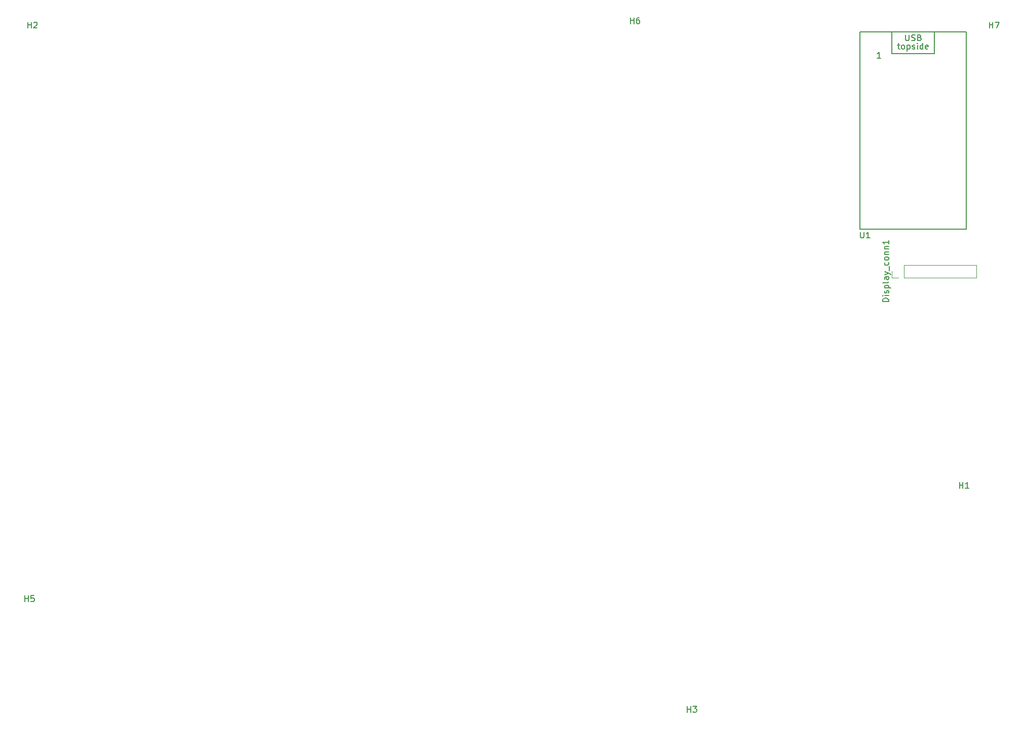
<source format=gto>
%TF.GenerationSoftware,KiCad,Pcbnew,8.0.2-1*%
%TF.CreationDate,2024-06-04T11:33:54+02:00*%
%TF.ProjectId,keyboard,6b657962-6f61-4726-942e-6b696361645f,rev?*%
%TF.SameCoordinates,Original*%
%TF.FileFunction,Legend,Top*%
%TF.FilePolarity,Positive*%
%FSLAX46Y46*%
G04 Gerber Fmt 4.6, Leading zero omitted, Abs format (unit mm)*
G04 Created by KiCad (PCBNEW 8.0.2-1) date 2024-06-04 11:33:54*
%MOMM*%
%LPD*%
G01*
G04 APERTURE LIST*
%ADD10C,0.150000*%
%ADD11C,0.120000*%
G04 APERTURE END LIST*
D10*
X197488095Y-105054819D02*
X197488095Y-104054819D01*
X197488095Y-104531009D02*
X198059523Y-104531009D01*
X198059523Y-105054819D02*
X198059523Y-104054819D01*
X199059523Y-105054819D02*
X198488095Y-105054819D01*
X198773809Y-105054819D02*
X198773809Y-104054819D01*
X198773809Y-104054819D02*
X198678571Y-104197676D01*
X198678571Y-104197676D02*
X198583333Y-104292914D01*
X198583333Y-104292914D02*
X198488095Y-104340533D01*
X41738095Y-28054819D02*
X41738095Y-27054819D01*
X41738095Y-27531009D02*
X42309523Y-27531009D01*
X42309523Y-28054819D02*
X42309523Y-27054819D01*
X42738095Y-27150057D02*
X42785714Y-27102438D01*
X42785714Y-27102438D02*
X42880952Y-27054819D01*
X42880952Y-27054819D02*
X43119047Y-27054819D01*
X43119047Y-27054819D02*
X43214285Y-27102438D01*
X43214285Y-27102438D02*
X43261904Y-27150057D01*
X43261904Y-27150057D02*
X43309523Y-27245295D01*
X43309523Y-27245295D02*
X43309523Y-27340533D01*
X43309523Y-27340533D02*
X43261904Y-27483390D01*
X43261904Y-27483390D02*
X42690476Y-28054819D01*
X42690476Y-28054819D02*
X43309523Y-28054819D01*
X151988095Y-142554819D02*
X151988095Y-141554819D01*
X151988095Y-142031009D02*
X152559523Y-142031009D01*
X152559523Y-142554819D02*
X152559523Y-141554819D01*
X152940476Y-141554819D02*
X153559523Y-141554819D01*
X153559523Y-141554819D02*
X153226190Y-141935771D01*
X153226190Y-141935771D02*
X153369047Y-141935771D01*
X153369047Y-141935771D02*
X153464285Y-141983390D01*
X153464285Y-141983390D02*
X153511904Y-142031009D01*
X153511904Y-142031009D02*
X153559523Y-142126247D01*
X153559523Y-142126247D02*
X153559523Y-142364342D01*
X153559523Y-142364342D02*
X153511904Y-142459580D01*
X153511904Y-142459580D02*
X153464285Y-142507200D01*
X153464285Y-142507200D02*
X153369047Y-142554819D01*
X153369047Y-142554819D02*
X153083333Y-142554819D01*
X153083333Y-142554819D02*
X152988095Y-142507200D01*
X152988095Y-142507200D02*
X152940476Y-142459580D01*
X142488095Y-27304819D02*
X142488095Y-26304819D01*
X142488095Y-26781009D02*
X143059523Y-26781009D01*
X143059523Y-27304819D02*
X143059523Y-26304819D01*
X143964285Y-26304819D02*
X143773809Y-26304819D01*
X143773809Y-26304819D02*
X143678571Y-26352438D01*
X143678571Y-26352438D02*
X143630952Y-26400057D01*
X143630952Y-26400057D02*
X143535714Y-26542914D01*
X143535714Y-26542914D02*
X143488095Y-26733390D01*
X143488095Y-26733390D02*
X143488095Y-27114342D01*
X143488095Y-27114342D02*
X143535714Y-27209580D01*
X143535714Y-27209580D02*
X143583333Y-27257200D01*
X143583333Y-27257200D02*
X143678571Y-27304819D01*
X143678571Y-27304819D02*
X143869047Y-27304819D01*
X143869047Y-27304819D02*
X143964285Y-27257200D01*
X143964285Y-27257200D02*
X144011904Y-27209580D01*
X144011904Y-27209580D02*
X144059523Y-27114342D01*
X144059523Y-27114342D02*
X144059523Y-26876247D01*
X144059523Y-26876247D02*
X144011904Y-26781009D01*
X144011904Y-26781009D02*
X143964285Y-26733390D01*
X143964285Y-26733390D02*
X143869047Y-26685771D01*
X143869047Y-26685771D02*
X143678571Y-26685771D01*
X143678571Y-26685771D02*
X143583333Y-26733390D01*
X143583333Y-26733390D02*
X143535714Y-26781009D01*
X143535714Y-26781009D02*
X143488095Y-26876247D01*
X180946779Y-62194819D02*
X180946779Y-63004342D01*
X180946779Y-63004342D02*
X180994398Y-63099580D01*
X180994398Y-63099580D02*
X181042017Y-63147200D01*
X181042017Y-63147200D02*
X181137255Y-63194819D01*
X181137255Y-63194819D02*
X181327731Y-63194819D01*
X181327731Y-63194819D02*
X181422969Y-63147200D01*
X181422969Y-63147200D02*
X181470588Y-63099580D01*
X181470588Y-63099580D02*
X181518207Y-63004342D01*
X181518207Y-63004342D02*
X181518207Y-62194819D01*
X182518207Y-63194819D02*
X181946779Y-63194819D01*
X182232493Y-63194819D02*
X182232493Y-62194819D01*
X182232493Y-62194819D02*
X182137255Y-62337676D01*
X182137255Y-62337676D02*
X182042017Y-62432914D01*
X182042017Y-62432914D02*
X181946779Y-62480533D01*
X187130952Y-30903152D02*
X187511904Y-30903152D01*
X187273809Y-30569819D02*
X187273809Y-31426961D01*
X187273809Y-31426961D02*
X187321428Y-31522200D01*
X187321428Y-31522200D02*
X187416666Y-31569819D01*
X187416666Y-31569819D02*
X187511904Y-31569819D01*
X187988095Y-31569819D02*
X187892857Y-31522200D01*
X187892857Y-31522200D02*
X187845238Y-31474580D01*
X187845238Y-31474580D02*
X187797619Y-31379342D01*
X187797619Y-31379342D02*
X187797619Y-31093628D01*
X187797619Y-31093628D02*
X187845238Y-30998390D01*
X187845238Y-30998390D02*
X187892857Y-30950771D01*
X187892857Y-30950771D02*
X187988095Y-30903152D01*
X187988095Y-30903152D02*
X188130952Y-30903152D01*
X188130952Y-30903152D02*
X188226190Y-30950771D01*
X188226190Y-30950771D02*
X188273809Y-30998390D01*
X188273809Y-30998390D02*
X188321428Y-31093628D01*
X188321428Y-31093628D02*
X188321428Y-31379342D01*
X188321428Y-31379342D02*
X188273809Y-31474580D01*
X188273809Y-31474580D02*
X188226190Y-31522200D01*
X188226190Y-31522200D02*
X188130952Y-31569819D01*
X188130952Y-31569819D02*
X187988095Y-31569819D01*
X188750000Y-30903152D02*
X188750000Y-31903152D01*
X188750000Y-30950771D02*
X188845238Y-30903152D01*
X188845238Y-30903152D02*
X189035714Y-30903152D01*
X189035714Y-30903152D02*
X189130952Y-30950771D01*
X189130952Y-30950771D02*
X189178571Y-30998390D01*
X189178571Y-30998390D02*
X189226190Y-31093628D01*
X189226190Y-31093628D02*
X189226190Y-31379342D01*
X189226190Y-31379342D02*
X189178571Y-31474580D01*
X189178571Y-31474580D02*
X189130952Y-31522200D01*
X189130952Y-31522200D02*
X189035714Y-31569819D01*
X189035714Y-31569819D02*
X188845238Y-31569819D01*
X188845238Y-31569819D02*
X188750000Y-31522200D01*
X189607143Y-31522200D02*
X189702381Y-31569819D01*
X189702381Y-31569819D02*
X189892857Y-31569819D01*
X189892857Y-31569819D02*
X189988095Y-31522200D01*
X189988095Y-31522200D02*
X190035714Y-31426961D01*
X190035714Y-31426961D02*
X190035714Y-31379342D01*
X190035714Y-31379342D02*
X189988095Y-31284104D01*
X189988095Y-31284104D02*
X189892857Y-31236485D01*
X189892857Y-31236485D02*
X189750000Y-31236485D01*
X189750000Y-31236485D02*
X189654762Y-31188866D01*
X189654762Y-31188866D02*
X189607143Y-31093628D01*
X189607143Y-31093628D02*
X189607143Y-31046009D01*
X189607143Y-31046009D02*
X189654762Y-30950771D01*
X189654762Y-30950771D02*
X189750000Y-30903152D01*
X189750000Y-30903152D02*
X189892857Y-30903152D01*
X189892857Y-30903152D02*
X189988095Y-30950771D01*
X190464286Y-31569819D02*
X190464286Y-30903152D01*
X190464286Y-30569819D02*
X190416667Y-30617438D01*
X190416667Y-30617438D02*
X190464286Y-30665057D01*
X190464286Y-30665057D02*
X190511905Y-30617438D01*
X190511905Y-30617438D02*
X190464286Y-30569819D01*
X190464286Y-30569819D02*
X190464286Y-30665057D01*
X191369047Y-31569819D02*
X191369047Y-30569819D01*
X191369047Y-31522200D02*
X191273809Y-31569819D01*
X191273809Y-31569819D02*
X191083333Y-31569819D01*
X191083333Y-31569819D02*
X190988095Y-31522200D01*
X190988095Y-31522200D02*
X190940476Y-31474580D01*
X190940476Y-31474580D02*
X190892857Y-31379342D01*
X190892857Y-31379342D02*
X190892857Y-31093628D01*
X190892857Y-31093628D02*
X190940476Y-30998390D01*
X190940476Y-30998390D02*
X190988095Y-30950771D01*
X190988095Y-30950771D02*
X191083333Y-30903152D01*
X191083333Y-30903152D02*
X191273809Y-30903152D01*
X191273809Y-30903152D02*
X191369047Y-30950771D01*
X192226190Y-31522200D02*
X192130952Y-31569819D01*
X192130952Y-31569819D02*
X191940476Y-31569819D01*
X191940476Y-31569819D02*
X191845238Y-31522200D01*
X191845238Y-31522200D02*
X191797619Y-31426961D01*
X191797619Y-31426961D02*
X191797619Y-31046009D01*
X191797619Y-31046009D02*
X191845238Y-30950771D01*
X191845238Y-30950771D02*
X191940476Y-30903152D01*
X191940476Y-30903152D02*
X192130952Y-30903152D01*
X192130952Y-30903152D02*
X192226190Y-30950771D01*
X192226190Y-30950771D02*
X192273809Y-31046009D01*
X192273809Y-31046009D02*
X192273809Y-31141247D01*
X192273809Y-31141247D02*
X191797619Y-31236485D01*
X188488095Y-29169819D02*
X188488095Y-29979342D01*
X188488095Y-29979342D02*
X188535714Y-30074580D01*
X188535714Y-30074580D02*
X188583333Y-30122200D01*
X188583333Y-30122200D02*
X188678571Y-30169819D01*
X188678571Y-30169819D02*
X188869047Y-30169819D01*
X188869047Y-30169819D02*
X188964285Y-30122200D01*
X188964285Y-30122200D02*
X189011904Y-30074580D01*
X189011904Y-30074580D02*
X189059523Y-29979342D01*
X189059523Y-29979342D02*
X189059523Y-29169819D01*
X189488095Y-30122200D02*
X189630952Y-30169819D01*
X189630952Y-30169819D02*
X189869047Y-30169819D01*
X189869047Y-30169819D02*
X189964285Y-30122200D01*
X189964285Y-30122200D02*
X190011904Y-30074580D01*
X190011904Y-30074580D02*
X190059523Y-29979342D01*
X190059523Y-29979342D02*
X190059523Y-29884104D01*
X190059523Y-29884104D02*
X190011904Y-29788866D01*
X190011904Y-29788866D02*
X189964285Y-29741247D01*
X189964285Y-29741247D02*
X189869047Y-29693628D01*
X189869047Y-29693628D02*
X189678571Y-29646009D01*
X189678571Y-29646009D02*
X189583333Y-29598390D01*
X189583333Y-29598390D02*
X189535714Y-29550771D01*
X189535714Y-29550771D02*
X189488095Y-29455533D01*
X189488095Y-29455533D02*
X189488095Y-29360295D01*
X189488095Y-29360295D02*
X189535714Y-29265057D01*
X189535714Y-29265057D02*
X189583333Y-29217438D01*
X189583333Y-29217438D02*
X189678571Y-29169819D01*
X189678571Y-29169819D02*
X189916666Y-29169819D01*
X189916666Y-29169819D02*
X190059523Y-29217438D01*
X190821428Y-29646009D02*
X190964285Y-29693628D01*
X190964285Y-29693628D02*
X191011904Y-29741247D01*
X191011904Y-29741247D02*
X191059523Y-29836485D01*
X191059523Y-29836485D02*
X191059523Y-29979342D01*
X191059523Y-29979342D02*
X191011904Y-30074580D01*
X191011904Y-30074580D02*
X190964285Y-30122200D01*
X190964285Y-30122200D02*
X190869047Y-30169819D01*
X190869047Y-30169819D02*
X190488095Y-30169819D01*
X190488095Y-30169819D02*
X190488095Y-29169819D01*
X190488095Y-29169819D02*
X190821428Y-29169819D01*
X190821428Y-29169819D02*
X190916666Y-29217438D01*
X190916666Y-29217438D02*
X190964285Y-29265057D01*
X190964285Y-29265057D02*
X191011904Y-29360295D01*
X191011904Y-29360295D02*
X191011904Y-29455533D01*
X191011904Y-29455533D02*
X190964285Y-29550771D01*
X190964285Y-29550771D02*
X190916666Y-29598390D01*
X190916666Y-29598390D02*
X190821428Y-29646009D01*
X190821428Y-29646009D02*
X190488095Y-29646009D01*
X184320714Y-33087319D02*
X183749286Y-33087319D01*
X184035000Y-33087319D02*
X184035000Y-32087319D01*
X184035000Y-32087319D02*
X183939762Y-32230176D01*
X183939762Y-32230176D02*
X183844524Y-32325414D01*
X183844524Y-32325414D02*
X183749286Y-32373033D01*
X202488095Y-28054819D02*
X202488095Y-27054819D01*
X202488095Y-27531009D02*
X203059523Y-27531009D01*
X203059523Y-28054819D02*
X203059523Y-27054819D01*
X203440476Y-27054819D02*
X204107142Y-27054819D01*
X204107142Y-27054819D02*
X203678571Y-28054819D01*
X41238095Y-124054819D02*
X41238095Y-123054819D01*
X41238095Y-123531009D02*
X41809523Y-123531009D01*
X41809523Y-124054819D02*
X41809523Y-123054819D01*
X42761904Y-123054819D02*
X42285714Y-123054819D01*
X42285714Y-123054819D02*
X42238095Y-123531009D01*
X42238095Y-123531009D02*
X42285714Y-123483390D01*
X42285714Y-123483390D02*
X42380952Y-123435771D01*
X42380952Y-123435771D02*
X42619047Y-123435771D01*
X42619047Y-123435771D02*
X42714285Y-123483390D01*
X42714285Y-123483390D02*
X42761904Y-123531009D01*
X42761904Y-123531009D02*
X42809523Y-123626247D01*
X42809523Y-123626247D02*
X42809523Y-123864342D01*
X42809523Y-123864342D02*
X42761904Y-123959580D01*
X42761904Y-123959580D02*
X42714285Y-124007200D01*
X42714285Y-124007200D02*
X42619047Y-124054819D01*
X42619047Y-124054819D02*
X42380952Y-124054819D01*
X42380952Y-124054819D02*
X42285714Y-124007200D01*
X42285714Y-124007200D02*
X42238095Y-123959580D01*
X185644819Y-73845238D02*
X184644819Y-73845238D01*
X184644819Y-73845238D02*
X184644819Y-73607143D01*
X184644819Y-73607143D02*
X184692438Y-73464286D01*
X184692438Y-73464286D02*
X184787676Y-73369048D01*
X184787676Y-73369048D02*
X184882914Y-73321429D01*
X184882914Y-73321429D02*
X185073390Y-73273810D01*
X185073390Y-73273810D02*
X185216247Y-73273810D01*
X185216247Y-73273810D02*
X185406723Y-73321429D01*
X185406723Y-73321429D02*
X185501961Y-73369048D01*
X185501961Y-73369048D02*
X185597200Y-73464286D01*
X185597200Y-73464286D02*
X185644819Y-73607143D01*
X185644819Y-73607143D02*
X185644819Y-73845238D01*
X185644819Y-72845238D02*
X184978152Y-72845238D01*
X184644819Y-72845238D02*
X184692438Y-72892857D01*
X184692438Y-72892857D02*
X184740057Y-72845238D01*
X184740057Y-72845238D02*
X184692438Y-72797619D01*
X184692438Y-72797619D02*
X184644819Y-72845238D01*
X184644819Y-72845238D02*
X184740057Y-72845238D01*
X185597200Y-72416667D02*
X185644819Y-72321429D01*
X185644819Y-72321429D02*
X185644819Y-72130953D01*
X185644819Y-72130953D02*
X185597200Y-72035715D01*
X185597200Y-72035715D02*
X185501961Y-71988096D01*
X185501961Y-71988096D02*
X185454342Y-71988096D01*
X185454342Y-71988096D02*
X185359104Y-72035715D01*
X185359104Y-72035715D02*
X185311485Y-72130953D01*
X185311485Y-72130953D02*
X185311485Y-72273810D01*
X185311485Y-72273810D02*
X185263866Y-72369048D01*
X185263866Y-72369048D02*
X185168628Y-72416667D01*
X185168628Y-72416667D02*
X185121009Y-72416667D01*
X185121009Y-72416667D02*
X185025771Y-72369048D01*
X185025771Y-72369048D02*
X184978152Y-72273810D01*
X184978152Y-72273810D02*
X184978152Y-72130953D01*
X184978152Y-72130953D02*
X185025771Y-72035715D01*
X184978152Y-71559524D02*
X185978152Y-71559524D01*
X185025771Y-71559524D02*
X184978152Y-71464286D01*
X184978152Y-71464286D02*
X184978152Y-71273810D01*
X184978152Y-71273810D02*
X185025771Y-71178572D01*
X185025771Y-71178572D02*
X185073390Y-71130953D01*
X185073390Y-71130953D02*
X185168628Y-71083334D01*
X185168628Y-71083334D02*
X185454342Y-71083334D01*
X185454342Y-71083334D02*
X185549580Y-71130953D01*
X185549580Y-71130953D02*
X185597200Y-71178572D01*
X185597200Y-71178572D02*
X185644819Y-71273810D01*
X185644819Y-71273810D02*
X185644819Y-71464286D01*
X185644819Y-71464286D02*
X185597200Y-71559524D01*
X185644819Y-70511905D02*
X185597200Y-70607143D01*
X185597200Y-70607143D02*
X185501961Y-70654762D01*
X185501961Y-70654762D02*
X184644819Y-70654762D01*
X185644819Y-69702381D02*
X185121009Y-69702381D01*
X185121009Y-69702381D02*
X185025771Y-69750000D01*
X185025771Y-69750000D02*
X184978152Y-69845238D01*
X184978152Y-69845238D02*
X184978152Y-70035714D01*
X184978152Y-70035714D02*
X185025771Y-70130952D01*
X185597200Y-69702381D02*
X185644819Y-69797619D01*
X185644819Y-69797619D02*
X185644819Y-70035714D01*
X185644819Y-70035714D02*
X185597200Y-70130952D01*
X185597200Y-70130952D02*
X185501961Y-70178571D01*
X185501961Y-70178571D02*
X185406723Y-70178571D01*
X185406723Y-70178571D02*
X185311485Y-70130952D01*
X185311485Y-70130952D02*
X185263866Y-70035714D01*
X185263866Y-70035714D02*
X185263866Y-69797619D01*
X185263866Y-69797619D02*
X185216247Y-69702381D01*
X184978152Y-69321428D02*
X185644819Y-69083333D01*
X184978152Y-68845238D02*
X185644819Y-69083333D01*
X185644819Y-69083333D02*
X185882914Y-69178571D01*
X185882914Y-69178571D02*
X185930533Y-69226190D01*
X185930533Y-69226190D02*
X185978152Y-69321428D01*
X185740057Y-68702381D02*
X185740057Y-67940476D01*
X185597200Y-67273809D02*
X185644819Y-67369047D01*
X185644819Y-67369047D02*
X185644819Y-67559523D01*
X185644819Y-67559523D02*
X185597200Y-67654761D01*
X185597200Y-67654761D02*
X185549580Y-67702380D01*
X185549580Y-67702380D02*
X185454342Y-67749999D01*
X185454342Y-67749999D02*
X185168628Y-67749999D01*
X185168628Y-67749999D02*
X185073390Y-67702380D01*
X185073390Y-67702380D02*
X185025771Y-67654761D01*
X185025771Y-67654761D02*
X184978152Y-67559523D01*
X184978152Y-67559523D02*
X184978152Y-67369047D01*
X184978152Y-67369047D02*
X185025771Y-67273809D01*
X185644819Y-66702380D02*
X185597200Y-66797618D01*
X185597200Y-66797618D02*
X185549580Y-66845237D01*
X185549580Y-66845237D02*
X185454342Y-66892856D01*
X185454342Y-66892856D02*
X185168628Y-66892856D01*
X185168628Y-66892856D02*
X185073390Y-66845237D01*
X185073390Y-66845237D02*
X185025771Y-66797618D01*
X185025771Y-66797618D02*
X184978152Y-66702380D01*
X184978152Y-66702380D02*
X184978152Y-66559523D01*
X184978152Y-66559523D02*
X185025771Y-66464285D01*
X185025771Y-66464285D02*
X185073390Y-66416666D01*
X185073390Y-66416666D02*
X185168628Y-66369047D01*
X185168628Y-66369047D02*
X185454342Y-66369047D01*
X185454342Y-66369047D02*
X185549580Y-66416666D01*
X185549580Y-66416666D02*
X185597200Y-66464285D01*
X185597200Y-66464285D02*
X185644819Y-66559523D01*
X185644819Y-66559523D02*
X185644819Y-66702380D01*
X184978152Y-65940475D02*
X185644819Y-65940475D01*
X185073390Y-65940475D02*
X185025771Y-65892856D01*
X185025771Y-65892856D02*
X184978152Y-65797618D01*
X184978152Y-65797618D02*
X184978152Y-65654761D01*
X184978152Y-65654761D02*
X185025771Y-65559523D01*
X185025771Y-65559523D02*
X185121009Y-65511904D01*
X185121009Y-65511904D02*
X185644819Y-65511904D01*
X184978152Y-65035713D02*
X185644819Y-65035713D01*
X185073390Y-65035713D02*
X185025771Y-64988094D01*
X185025771Y-64988094D02*
X184978152Y-64892856D01*
X184978152Y-64892856D02*
X184978152Y-64749999D01*
X184978152Y-64749999D02*
X185025771Y-64654761D01*
X185025771Y-64654761D02*
X185121009Y-64607142D01*
X185121009Y-64607142D02*
X185644819Y-64607142D01*
X185644819Y-63607142D02*
X185644819Y-64178570D01*
X185644819Y-63892856D02*
X184644819Y-63892856D01*
X184644819Y-63892856D02*
X184787676Y-63988094D01*
X184787676Y-63988094D02*
X184882914Y-64083332D01*
X184882914Y-64083332D02*
X184930533Y-64178570D01*
%TO.C,U1*%
X186200000Y-32300000D02*
X186200000Y-28720000D01*
X193300000Y-32300000D02*
X186200000Y-32300000D01*
X193300000Y-32300000D02*
X193300000Y-28720000D01*
X180860000Y-28720000D02*
X198640000Y-28720000D01*
X198640000Y-61740000D01*
X180860000Y-61740000D01*
X180860000Y-28720000D01*
D11*
%TO.C,Display_conn1*%
X186190000Y-69810000D02*
X186190000Y-68750000D01*
X187250000Y-69810000D02*
X186190000Y-69810000D01*
X188250000Y-67690000D02*
X200310000Y-67690000D01*
X188250000Y-69810000D02*
X188250000Y-67690000D01*
X188250000Y-69810000D02*
X200310000Y-69810000D01*
X200310000Y-69810000D02*
X200310000Y-67690000D01*
%TD*%
M02*

</source>
